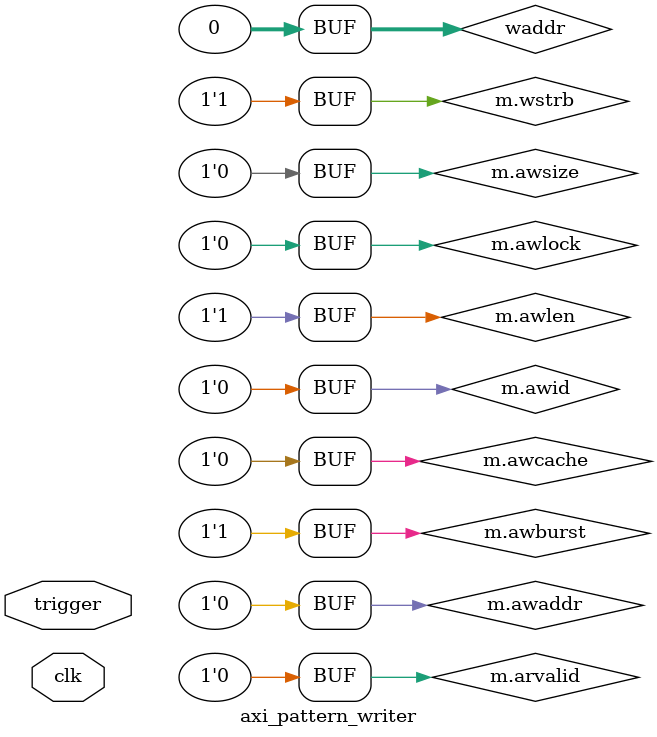
<source format=sv>

`timescale 1ns/1ps

module axi_pattern_writer(
	input trigger,
	input clk,
	axi_ifc.master m
	);

parameter ADDR = 32'h00000000;
parameter PTTN = 32'h12345678;

localparam STATE_IDLE = 4'd0;
localparam STATE_WADDR = 4'd1;
localparam STATE_WDATA = 4'd2;
localparam STATE_ACK = 4'd3;

initial m.awvalid = 0;
initial m.wvalid = 0;

reg [31:0]waddr = ADDR;
reg [31:0]wdata = PTTN;
reg [31:0]wdata_next;

reg [3:0]state = STATE_IDLE;
reg [3:0]state_next;

reg awvalid_next;
reg wvalid_next;
reg bready_next;
reg wlast_next;

reg [3:0]count = 15;
reg [3:0]count_next;

wire count_is_zero = (count == 4'h0);
wire count_is_one = (count == 4'h1);

always_comb begin
	state_next = state;
	count_next = count;
	wdata_next = wdata;
	awvalid_next = 0;
	wvalid_next = 0;
	bready_next = 0;
	wlast_next = 0;

	case (state)
	STATE_IDLE: begin
		if (trigger) begin
			state_next = STATE_WADDR;
			awvalid_next = 1;
		end
	end
	STATE_WADDR: begin
		if (m.awready) begin
			state_next = STATE_WDATA;
			wvalid_next = 1;
		end else begin
			awvalid_next = 1;
		end
	end
	STATE_WDATA: begin
		if (count_is_zero) begin
			if (m.wready) begin
				state_next = STATE_ACK;
				bready_next = 1;
			end else begin
				wvalid_next = 1;
				wlast_next = 1;
			end
		end else begin
			wvalid_next = 1;
			if (m.wready) begin
				if (count_is_one) begin
					wlast_next = 1;
				end
				count_next = count - 1;
				wdata_next = { wdata[3:0], wdata[31:4] };
			end
		end
	end
	STATE_ACK: begin
		if (m.bvalid) begin
			state_next = STATE_IDLE;
			count_next = 15;
			wdata_next = 32'h12345678;
		end else begin
			bready_next = 1;
		end
	end
	default: state_next = STATE_IDLE;
	endcase
end

assign m.awid = 0;
assign m.awburst = 1;
assign m.awcache = 0;
assign m.awsize = 2;
assign m.awlen = 15;
assign m.awlock = 0;

assign m.awaddr = waddr;
assign m.wdata = wdata;
assign m.wstrb = 4'b1111;

always_ff @(posedge clk) begin
	state <= state_next;
	count <= count_next;
	wdata <= wdata_next;
	m.awvalid <= awvalid_next;
	m.wvalid <= wvalid_next;
	m.bready <= bready_next;
	m.wlast <= wlast_next;
end

assign m.arvalid = 0;

endmodule

</source>
